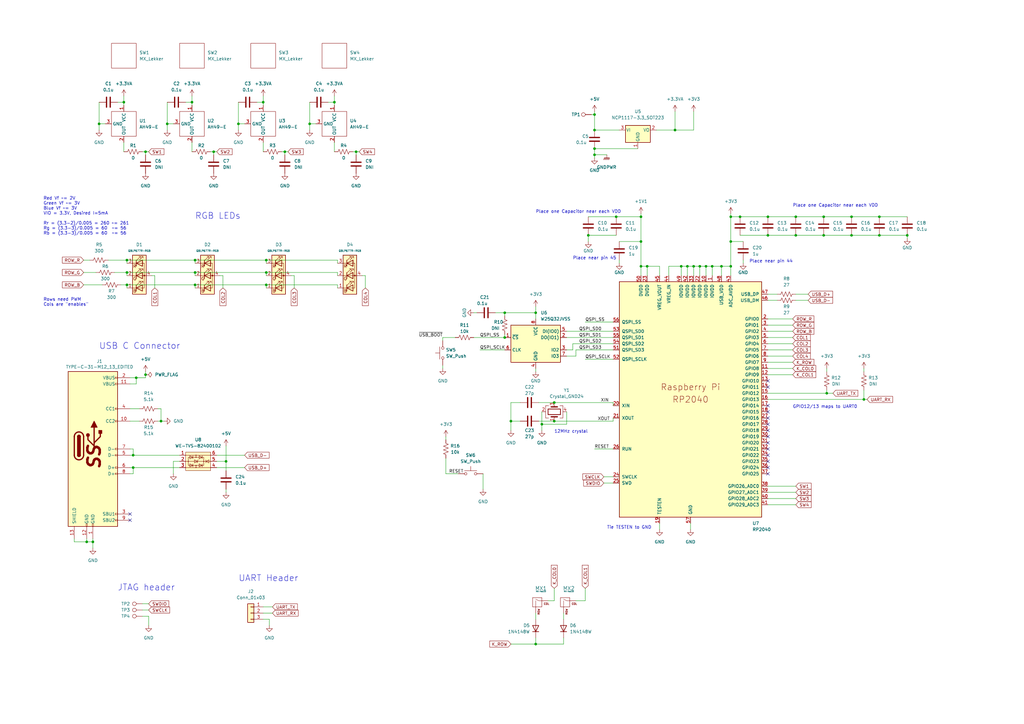
<source format=kicad_sch>
(kicad_sch (version 20211123) (generator eeschema)
  (paper "A3")
  (junction (at 227.33 172.72))
  (junction (at 80.01 106.68))
  (junction (at 284.48 109.22))
  (junction (at 40.64 50.8))
  (junction (at 52.07 106.68))
  (junction (at 299.72 88.9))
  (junction (at 78.74 41.91))
  (junction (at 87.63 62.23))
  (junction (at 279.4 109.22))
  (junction (at 262.89 109.22))
  (junction (at 265.43 109.22))
  (junction (at 281.94 109.22))
  (junction (at 287.02 109.22))
  (junction (at 38.1 222.25))
  (junction (at 289.56 109.22))
  (junction (at 50.8 41.91))
  (junction (at 243.84 46.99))
  (junction (at 35.56 222.25))
  (junction (at 109.22 111.76))
  (junction (at 52.07 116.84))
  (junction (at 299.72 109.22))
  (junction (at 227.33 165.1))
  (junction (at 372.11 96.52))
  (junction (at 354.33 163.83))
  (junction (at 326.39 96.52))
  (junction (at 337.82 96.52))
  (junction (at 243.84 53.34))
  (junction (at 262.89 99.06))
  (junction (at 52.07 111.76))
  (junction (at 314.96 88.9))
  (junction (at 59.69 62.23))
  (junction (at 339.09 161.29))
  (junction (at 292.1 109.22))
  (junction (at 360.68 88.9))
  (junction (at 68.58 50.8))
  (junction (at 295.91 109.22))
  (junction (at 349.25 88.9))
  (junction (at 337.82 88.9))
  (junction (at 219.71 264.16))
  (junction (at 80.01 111.76))
  (junction (at 299.72 99.06))
  (junction (at 66.04 172.72))
  (junction (at 55.88 154.94))
  (junction (at 241.3 96.52))
  (junction (at 349.25 96.52))
  (junction (at 360.68 96.52))
  (junction (at 262.89 88.9))
  (junction (at 97.79 50.8))
  (junction (at 137.16 41.91))
  (junction (at 207.01 138.43))
  (junction (at 127 50.8))
  (junction (at 303.53 88.9))
  (junction (at 243.84 60.96))
  (junction (at 146.05 62.23))
  (junction (at 54.61 191.77))
  (junction (at 116.84 62.23))
  (junction (at 276.86 53.34))
  (junction (at 243.84 63.5))
  (junction (at 207.01 128.27))
  (junction (at 222.25 173.99))
  (junction (at 252.73 88.9))
  (junction (at 107.95 41.91))
  (junction (at 109.22 106.68))
  (junction (at 209.55 172.72))
  (junction (at 92.71 189.23))
  (junction (at 109.22 116.84))
  (junction (at 54.61 186.69))
  (junction (at 326.39 88.9))
  (junction (at 59.69 153.67))
  (junction (at 80.01 116.84))
  (junction (at 219.71 128.27))
  (junction (at 314.96 96.52))
  (no_connect (at 314.96 176.53))
  (no_connect (at 314.96 179.07))
  (no_connect (at 314.96 181.61))
  (no_connect (at 314.96 166.37))
  (no_connect (at 314.96 168.91))
  (no_connect (at 314.96 171.45))
  (no_connect (at 314.96 173.99))
  (no_connect (at 314.96 156.21))
  (no_connect (at 314.96 158.75))
  (no_connect (at 53.34 213.36))
  (no_connect (at 53.34 210.82))
  (no_connect (at 314.96 184.15))
  (no_connect (at 314.96 186.69))
  (no_connect (at 314.96 189.23))
  (no_connect (at 314.96 191.77))
  (no_connect (at 314.96 194.31))
  (wire (pts (xy 107.95 251.46) (xy 111.76 251.46)))
  (wire (pts (xy 241.3 88.9) (xy 252.73 88.9)))
  (wire (pts (xy 243.84 63.5) (xy 243.84 64.77)))
  (wire (pts (xy 52.07 111.76) (xy 52.07 113.03)))
  (wire (pts (xy 209.55 172.72) (xy 209.55 165.1)))
  (wire (pts (xy 240.03 246.38) (xy 240.03 241.3)))
  (wire (pts (xy 242.57 46.99) (xy 243.84 46.99)))
  (wire (pts (xy 207.01 128.27) (xy 207.01 129.54)))
  (wire (pts (xy 54.61 186.69) (xy 53.34 186.69)))
  (wire (pts (xy 295.91 109.22) (xy 295.91 113.03)))
  (wire (pts (xy 52.07 106.68) (xy 52.07 107.95)))
  (wire (pts (xy 60.96 252.73) (xy 60.96 256.54)))
  (wire (pts (xy 97.79 50.8) (xy 97.79 53.34)))
  (wire (pts (xy 295.91 109.22) (xy 299.72 109.22)))
  (wire (pts (xy 314.96 96.52) (xy 326.39 96.52)))
  (wire (pts (xy 314.96 130.81) (xy 325.12 130.81)))
  (wire (pts (xy 232.41 138.43) (xy 251.46 138.43)))
  (wire (pts (xy 137.16 58.42) (xy 137.16 62.23)))
  (wire (pts (xy 219.71 125.73) (xy 219.71 128.27)))
  (wire (pts (xy 247.65 198.12) (xy 251.46 198.12)))
  (wire (pts (xy 64.77 167.64) (xy 66.04 167.64)))
  (wire (pts (xy 53.34 154.94) (xy 55.88 154.94)))
  (wire (pts (xy 107.95 254) (xy 110.49 254)))
  (wire (pts (xy 55.88 157.48) (xy 55.88 154.94)))
  (wire (pts (xy 231.14 264.16) (xy 231.14 261.62)))
  (wire (pts (xy 80.01 111.76) (xy 109.22 111.76)))
  (wire (pts (xy 53.34 167.64) (xy 57.15 167.64)))
  (wire (pts (xy 53.34 191.77) (xy 54.61 191.77)))
  (wire (pts (xy 35.56 222.25) (xy 38.1 222.25)))
  (wire (pts (xy 269.24 53.34) (xy 276.86 53.34)))
  (wire (pts (xy 314.96 140.97) (xy 325.12 140.97)))
  (wire (pts (xy 314.96 199.39) (xy 326.39 199.39)))
  (wire (pts (xy 66.04 167.64) (xy 66.04 172.72)))
  (wire (pts (xy 354.33 151.13) (xy 354.33 152.4)))
  (wire (pts (xy 299.72 99.06) (xy 304.8 99.06)))
  (wire (pts (xy 314.96 133.35) (xy 325.12 133.35)))
  (wire (pts (xy 314.96 123.19) (xy 318.77 123.19)))
  (wire (pts (xy 222.25 168.91) (xy 222.25 173.99)))
  (wire (pts (xy 299.72 87.63) (xy 299.72 88.9)))
  (wire (pts (xy 299.72 88.9) (xy 303.53 88.9)))
  (wire (pts (xy 54.61 184.15) (xy 54.61 186.69)))
  (wire (pts (xy 92.71 200.66) (xy 92.71 201.93)))
  (wire (pts (xy 314.96 146.05) (xy 325.12 146.05)))
  (wire (pts (xy 219.71 261.62) (xy 219.71 264.16)))
  (wire (pts (xy 219.71 151.13) (xy 219.71 152.4)))
  (wire (pts (xy 240.03 132.08) (xy 251.46 132.08)))
  (wire (pts (xy 299.72 88.9) (xy 299.72 99.06)))
  (wire (pts (xy 181.61 138.43) (xy 181.61 139.7)))
  (wire (pts (xy 147.32 62.23) (xy 146.05 62.23)))
  (wire (pts (xy 220.98 172.72) (xy 227.33 172.72)))
  (wire (pts (xy 127 50.8) (xy 127 53.34)))
  (wire (pts (xy 254 99.06) (xy 262.89 99.06)))
  (wire (pts (xy 44.45 106.68) (xy 52.07 106.68)))
  (wire (pts (xy 207.01 128.27) (xy 219.71 128.27)))
  (wire (pts (xy 279.4 109.22) (xy 279.4 113.03)))
  (wire (pts (xy 78.74 41.91) (xy 78.74 43.18)))
  (wire (pts (xy 40.64 41.91) (xy 40.64 50.8)))
  (wire (pts (xy 220.98 165.1) (xy 227.33 165.1)))
  (wire (pts (xy 196.85 143.51) (xy 207.01 143.51)))
  (wire (pts (xy 118.11 62.23) (xy 116.84 62.23)))
  (wire (pts (xy 30.48 222.25) (xy 35.56 222.25)))
  (wire (pts (xy 49.53 116.84) (xy 52.07 116.84)))
  (wire (pts (xy 109.22 106.68) (xy 80.01 106.68)))
  (wire (pts (xy 58.42 250.19) (xy 60.96 250.19)))
  (wire (pts (xy 182.88 194.31) (xy 187.96 194.31)))
  (wire (pts (xy 276.86 53.34) (xy 276.86 45.72)))
  (wire (pts (xy 194.31 128.27) (xy 195.58 128.27)))
  (wire (pts (xy 109.22 116.84) (xy 109.22 118.11)))
  (wire (pts (xy 138.43 111.76) (xy 138.43 113.03)))
  (wire (pts (xy 304.8 107.95) (xy 304.8 106.68)))
  (wire (pts (xy 236.22 246.38) (xy 240.03 246.38)))
  (wire (pts (xy 227.33 165.1) (xy 251.46 165.1)))
  (wire (pts (xy 146.05 63.5) (xy 146.05 62.23)))
  (wire (pts (xy 262.89 113.03) (xy 262.89 109.22)))
  (wire (pts (xy 236.22 146.05) (xy 236.22 143.51)))
  (wire (pts (xy 52.07 111.76) (xy 80.01 111.76)))
  (wire (pts (xy 97.79 41.91) (xy 97.79 50.8)))
  (wire (pts (xy 281.94 109.22) (xy 281.94 113.03)))
  (wire (pts (xy 43.18 50.8) (xy 40.64 50.8)))
  (wire (pts (xy 299.72 99.06) (xy 299.72 109.22)))
  (wire (pts (xy 107.95 41.91) (xy 107.95 43.18)))
  (wire (pts (xy 80.01 116.84) (xy 109.22 116.84)))
  (wire (pts (xy 52.07 116.84) (xy 52.07 118.11)))
  (wire (pts (xy 284.48 53.34) (xy 276.86 53.34)))
  (wire (pts (xy 314.96 163.83) (xy 354.33 163.83)))
  (wire (pts (xy 90.17 113.03) (xy 91.44 113.03)))
  (wire (pts (xy 46.99 111.76) (xy 52.07 111.76)))
  (wire (pts (xy 281.94 109.22) (xy 284.48 109.22)))
  (wire (pts (xy 50.8 39.37) (xy 50.8 41.91)))
  (wire (pts (xy 209.55 264.16) (xy 219.71 264.16)))
  (wire (pts (xy 209.55 172.72) (xy 213.36 172.72)))
  (wire (pts (xy 58.42 252.73) (xy 60.96 252.73)))
  (wire (pts (xy 299.72 109.22) (xy 299.72 113.03)))
  (wire (pts (xy 314.96 148.59) (xy 325.12 148.59)))
  (wire (pts (xy 109.22 111.76) (xy 109.22 113.03)))
  (wire (pts (xy 314.96 120.65) (xy 318.77 120.65)))
  (wire (pts (xy 88.9 189.23) (xy 92.71 189.23)))
  (wire (pts (xy 270.51 109.22) (xy 270.51 113.03)))
  (wire (pts (xy 262.89 88.9) (xy 262.89 99.06)))
  (wire (pts (xy 59.69 154.94) (xy 59.69 153.67)))
  (wire (pts (xy 107.95 39.37) (xy 107.95 41.91)))
  (wire (pts (xy 274.32 109.22) (xy 279.4 109.22)))
  (wire (pts (xy 34.29 106.68) (xy 36.83 106.68)))
  (wire (pts (xy 78.74 58.42) (xy 78.74 62.23)))
  (wire (pts (xy 186.69 138.43) (xy 181.61 138.43)))
  (wire (pts (xy 243.84 184.15) (xy 251.46 184.15)))
  (wire (pts (xy 326.39 88.9) (xy 337.82 88.9)))
  (wire (pts (xy 283.21 214.63) (xy 283.21 217.17)))
  (wire (pts (xy 326.39 123.19) (xy 331.47 123.19)))
  (wire (pts (xy 243.84 60.96) (xy 261.62 60.96)))
  (wire (pts (xy 137.16 41.91) (xy 137.16 43.18)))
  (wire (pts (xy 279.4 109.22) (xy 281.94 109.22)))
  (wire (pts (xy 149.86 113.03) (xy 149.86 118.11)))
  (wire (pts (xy 68.58 41.91) (xy 68.58 50.8)))
  (wire (pts (xy 80.01 111.76) (xy 80.01 113.03)))
  (wire (pts (xy 314.96 161.29) (xy 339.09 161.29)))
  (wire (pts (xy 314.96 143.51) (xy 325.12 143.51)))
  (wire (pts (xy 120.65 113.03) (xy 120.65 118.11)))
  (wire (pts (xy 284.48 109.22) (xy 284.48 113.03)))
  (wire (pts (xy 349.25 96.52) (xy 360.68 96.52)))
  (wire (pts (xy 53.34 157.48) (xy 55.88 157.48)))
  (wire (pts (xy 59.69 62.23) (xy 58.42 62.23)))
  (wire (pts (xy 339.09 161.29) (xy 341.63 161.29)))
  (wire (pts (xy 234.95 143.51) (xy 234.95 140.97)))
  (wire (pts (xy 241.3 96.52) (xy 252.73 96.52)))
  (wire (pts (xy 91.44 113.03) (xy 91.44 118.11)))
  (wire (pts (xy 62.23 113.03) (xy 63.5 113.03)))
  (wire (pts (xy 337.82 96.52) (xy 349.25 96.52)))
  (wire (pts (xy 289.56 109.22) (xy 289.56 113.03)))
  (wire (pts (xy 119.38 113.03) (xy 120.65 113.03)))
  (wire (pts (xy 30.48 220.98) (xy 30.48 222.25)))
  (wire (pts (xy 198.12 194.31) (xy 198.12 200.66)))
  (wire (pts (xy 243.84 53.34) (xy 254 53.34)))
  (wire (pts (xy 314.96 153.67) (xy 325.12 153.67)))
  (wire (pts (xy 181.61 149.86) (xy 181.61 151.13)))
  (wire (pts (xy 207.01 137.16) (xy 207.01 138.43)))
  (wire (pts (xy 289.56 109.22) (xy 292.1 109.22)))
  (wire (pts (xy 55.88 154.94) (xy 59.69 154.94)))
  (wire (pts (xy 53.34 172.72) (xy 57.15 172.72)))
  (wire (pts (xy 349.25 88.9) (xy 360.68 88.9)))
  (wire (pts (xy 127 41.91) (xy 127 50.8)))
  (wire (pts (xy 80.01 106.68) (xy 80.01 107.95)))
  (wire (pts (xy 40.64 50.8) (xy 40.64 53.34)))
  (wire (pts (xy 224.79 246.38) (xy 227.33 246.38)))
  (wire (pts (xy 107.95 248.92) (xy 111.76 248.92)))
  (wire (pts (xy 232.41 146.05) (xy 236.22 146.05)))
  (wire (pts (xy 372.11 97.79) (xy 372.11 96.52)))
  (wire (pts (xy 105.41 41.91) (xy 107.95 41.91)))
  (wire (pts (xy 354.33 160.02) (xy 354.33 163.83)))
  (wire (pts (xy 292.1 109.22) (xy 295.91 109.22)))
  (wire (pts (xy 314.96 201.93) (xy 326.39 201.93)))
  (wire (pts (xy 88.9 191.77) (xy 100.33 191.77)))
  (wire (pts (xy 265.43 109.22) (xy 270.51 109.22)))
  (wire (pts (xy 292.1 109.22) (xy 292.1 113.03)))
  (wire (pts (xy 219.71 128.27) (xy 219.71 130.81)))
  (wire (pts (xy 231.14 251.46) (xy 231.14 254)))
  (wire (pts (xy 34.29 111.76) (xy 39.37 111.76)))
  (wire (pts (xy 78.74 39.37) (xy 78.74 41.91)))
  (wire (pts (xy 109.22 111.76) (xy 138.43 111.76)))
  (wire (pts (xy 232.41 173.99) (xy 222.25 173.99)))
  (wire (pts (xy 59.69 153.67) (xy 59.69 152.4)))
  (wire (pts (xy 138.43 107.95) (xy 138.43 106.68)))
  (wire (pts (xy 109.22 107.95) (xy 109.22 106.68)))
  (wire (pts (xy 326.39 120.65) (xy 331.47 120.65)))
  (wire (pts (xy 100.33 50.8) (xy 97.79 50.8)))
  (wire (pts (xy 76.2 41.91) (xy 78.74 41.91)))
  (wire (pts (xy 110.49 254) (xy 110.49 256.54)))
  (wire (pts (xy 251.46 165.1) (xy 251.46 166.37)))
  (wire (pts (xy 303.53 88.9) (xy 314.96 88.9)))
  (wire (pts (xy 146.05 62.23) (xy 144.78 62.23)))
  (wire (pts (xy 52.07 116.84) (xy 80.01 116.84)))
  (wire (pts (xy 262.89 87.63) (xy 262.89 88.9)))
  (wire (pts (xy 314.96 88.9) (xy 326.39 88.9)))
  (wire (pts (xy 71.12 189.23) (xy 71.12 194.31)))
  (wire (pts (xy 354.33 163.83) (xy 355.6 163.83)))
  (wire (pts (xy 129.54 50.8) (xy 127 50.8)))
  (wire (pts (xy 254 107.95) (xy 254 106.68)))
  (wire (pts (xy 182.88 179.07) (xy 182.88 180.34)))
  (wire (pts (xy 227.33 172.72) (xy 251.46 172.72)))
  (wire (pts (xy 314.96 135.89) (xy 325.12 135.89)))
  (wire (pts (xy 116.84 63.5) (xy 116.84 62.23)))
  (wire (pts (xy 38.1 222.25) (xy 38.1 224.79)))
  (wire (pts (xy 63.5 113.03) (xy 63.5 118.11)))
  (wire (pts (xy 243.84 45.72) (xy 243.84 46.99)))
  (wire (pts (xy 71.12 50.8) (xy 68.58 50.8)))
  (wire (pts (xy 243.84 46.99) (xy 243.84 53.34)))
  (wire (pts (xy 314.96 138.43) (xy 325.12 138.43)))
  (wire (pts (xy 53.34 194.31) (xy 54.61 194.31)))
  (wire (pts (xy 52.07 106.68) (xy 80.01 106.68)))
  (wire (pts (xy 87.63 62.23) (xy 86.36 62.23)))
  (wire (pts (xy 58.42 247.65) (xy 60.96 247.65)))
  (wire (pts (xy 314.96 207.01) (xy 326.39 207.01)))
  (wire (pts (xy 80.01 116.84) (xy 80.01 118.11)))
  (wire (pts (xy 66.04 172.72) (xy 67.31 172.72)))
  (wire (pts (xy 48.26 41.91) (xy 50.8 41.91)))
  (wire (pts (xy 219.71 264.16) (xy 231.14 264.16)))
  (wire (pts (xy 109.22 106.68) (xy 138.43 106.68)))
  (wire (pts (xy 194.31 138.43) (xy 207.01 138.43)))
  (wire (pts (xy 360.68 96.52) (xy 372.11 96.52)))
  (wire (pts (xy 243.84 60.96) (xy 243.84 63.5)))
  (wire (pts (xy 209.55 165.1) (xy 213.36 165.1)))
  (wire (pts (xy 50.8 41.91) (xy 50.8 43.18)))
  (wire (pts (xy 339.09 160.02) (xy 339.09 161.29)))
  (wire (pts (xy 326.39 96.52) (xy 337.82 96.52)))
  (wire (pts (xy 59.69 63.5) (xy 59.69 62.23)))
  (wire (pts (xy 222.25 173.99) (xy 222.25 176.53)))
  (wire (pts (xy 251.46 172.72) (xy 251.46 171.45)))
  (wire (pts (xy 243.84 63.5) (xy 248.92 63.5)))
  (wire (pts (xy 92.71 182.88) (xy 92.71 189.23)))
  (wire (pts (xy 274.32 113.03) (xy 274.32 109.22)))
  (wire (pts (xy 92.71 189.23) (xy 92.71 193.04)))
  (wire (pts (xy 54.61 191.77) (xy 73.66 191.77)))
  (wire (pts (xy 232.41 168.91) (xy 232.41 173.99)))
  (wire (pts (xy 219.71 251.46) (xy 219.71 254)))
  (wire (pts (xy 60.96 62.23) (xy 59.69 62.23)))
  (wire (pts (xy 34.29 116.84) (xy 41.91 116.84)))
  (wire (pts (xy 116.84 62.23) (xy 115.57 62.23)))
  (wire (pts (xy 137.16 39.37) (xy 137.16 41.91)))
  (wire (pts (xy 234.95 140.97) (xy 251.46 140.97)))
  (wire (pts (xy 265.43 113.03) (xy 265.43 109.22)))
  (wire (pts (xy 314.96 204.47) (xy 326.39 204.47)))
  (wire (pts (xy 148.59 113.03) (xy 149.86 113.03)))
  (wire (pts (xy 203.2 128.27) (xy 207.01 128.27)))
  (wire (pts (xy 88.9 62.23) (xy 87.63 62.23)))
  (wire (pts (xy 287.02 109.22) (xy 289.56 109.22)))
  (wire (pts (xy 138.43 116.84) (xy 138.43 118.11)))
  (wire (pts (xy 337.82 88.9) (xy 349.25 88.9)))
  (wire (pts (xy 134.62 41.91) (xy 137.16 41.91)))
  (wire (pts (xy 241.3 96.52) (xy 241.3 99.06)))
  (wire (pts (xy 107.95 58.42) (xy 107.95 62.23)))
  (wire (pts (xy 360.68 88.9) (xy 372.11 88.9)))
  (wire (pts (xy 227.33 246.38) (xy 227.33 241.3)))
  (wire (pts (xy 209.55 176.53) (xy 209.55 172.72)))
  (wire (pts (xy 232.41 143.51) (xy 234.95 143.51)))
  (wire (pts (xy 287.02 109.22) (xy 287.02 113.03)))
  (wire (pts (xy 339.09 151.13) (xy 339.09 152.4)))
  (wire (pts (xy 88.9 186.69) (xy 100.33 186.69)))
  (wire (pts (xy 284.48 109.22) (xy 287.02 109.22)))
  (wire (pts (xy 240.03 147.32) (xy 251.46 147.32)))
  (wire (pts (xy 109.22 116.84) (xy 138.43 116.84)))
  (wire (pts (xy 64.77 172.72) (xy 66.04 172.72)))
  (wire (pts (xy 232.41 135.89) (xy 251.46 135.89)))
  (wire (pts (xy 53.34 184.15) (xy 54.61 184.15)))
  (wire (pts (xy 73.66 189.23) (xy 71.12 189.23)))
  (wire (pts (xy 54.61 186.69) (xy 73.66 186.69)))
  (wire (pts (xy 284.48 45.72) (xy 284.48 53.34)))
  (wire (pts (xy 50.8 58.42) (xy 50.8 62.23)))
  (wire (pts (xy 252.73 88.9) (xy 262.89 88.9)))
  (wire (pts (xy 87.63 63.5) (xy 87.63 62.23)))
  (wire (pts (xy 262.89 99.06) (xy 262.89 109.22)))
  (wire (pts (xy 270.51 214.63) (xy 270.51 217.17)))
  (wire (pts (xy 236.22 143.51) (xy 251.46 143.51)))
  (wire (pts (xy 314.96 151.13) (xy 325.12 151.13)))
  (wire (pts (xy 262.89 109.22) (xy 265.43 109.22)))
  (wire (pts (xy 303.53 96.52) (xy 314.96 96.52)))
  (wire (pts (xy 247.65 195.58) (xy 251.46 195.58)))
  (wire (pts (xy 68.58 50.8) (xy 68.58 53.34)))
  (wire (pts (xy 182.88 187.96) (xy 182.88 194.31)))
  (wire (pts (xy 38.1 220.98) (xy 38.1 222.25)))
  (wire (pts (xy 35.56 220.98) (xy 35.56 222.25)))
  (wire (pts (xy 54.61 194.31) (xy 54.61 191.77)))
  (text "Place near pin 44" (at 307.34 107.95 0) (effects (font (size 1.27 1.27)) (justify left bottom)))
  (text "Rows need PWM\nCols are \"enables\"" (at 17.78 125.73 0) (effects (font (size 1.27 1.27)) (justify left bottom)))
  (text "USB C Connector" (at 40.64 143.51 0) (effects (font (size 2.54 2.54)) (justify left bottom)))
  (text "JTAG header" (at 48.26 242.57 0) (effects (font (size 2.54 2.54)) (justify left bottom)))
  (text "Place one Capacitor near each VDD" (at 219.71 87.63 0) (effects (font (size 1.27 1.27)) (justify left bottom)))
  (text "RGB LEDs" (at 80.01 90.17 0) (effects (font (size 2.54 2.54)) (justify left bottom)))
  (text "UART Header" (at 97.79 238.76 0) (effects (font (size 2.54 2.54)) (justify left bottom)))
  (text "Red Vf ~= 2V\nGreen Vf ~= 3V\nBlue Vf ~= 3V\nVIO = 3.3V, Desired I=5mA\n\nRr = (3.3-2)/0.005 = 260 ~= 261\nRg = (3.3-3)/0.005 = 60  ~= 56\nRb = (3.3-3)/0.005 = 60  ~= 56" (at 17.78 96.52 0) (effects (font (size 1.27 1.27)) (justify left bottom)))
  (text "12MHz crystal" (at 227.33 177.8 0) (effects (font (size 1.27 1.27)) (justify left bottom)))
  (text "Place one Capacitor near each VDD" (at 325.12 85.09 0) (effects (font (size 1.27 1.27)) (justify left bottom)))
  (text "Place near pin 45" (at 234.95 106.68 0) (effects (font (size 1.27 1.27)) (justify left bottom)))
  (text "Tie TESTEN to GND" (at 248.92 217.17 0) (effects (font (size 1.27 1.27)) (justify left bottom)))
  (text "GPIO12/13 maps to UART0" (at 325.12 167.64 0) (effects (font (size 1.27 1.27)) (justify left bottom)))
  (label "~{USB_BOOT}" (at 181.61 138.43 180))
  (label "QSPI_SS" (at 196.85 138.43 0))
  (label "QSPI_SS" (at 240.03 132.08 0))
  (label "RESET" (at 243.84 184.15 0))
  (label "QSPI_SCLK" (at 196.85 143.51 0))
  (label "RESET" (at 184.15 194.31 0))
  (label "QSPI_SD0" (at 237.49 135.89 0))
  (label "QSPI_SCLK" (at 240.03 147.32 0))
  (label "QSPI_SD2" (at 237.49 140.97 0))
  (label "QSPI_SD1" (at 237.49 138.43 0))
  (label "XOUT" (at 245.11 172.72 0))
  (label "QSPI_SD3" (at 237.49 143.51 0))
  (label "XIN" (at 246.38 165.1 0))
  (global_label "UART_RX" (shape input) (at 111.76 251.46 0) (property "Intersheet References" "${INTERSHEET_REFS}" (effects hide)))
  (global_label "K_COL1" (shape input) (at 240.03 241.3 90) (property "Intersheet References" "${INTERSHEET_REFS}" (effects hide)))
  (global_label "USB_D-" (shape input) (at 100.33 186.69 0) (property "Intersheet References" "${INTERSHEET_REFS}" (effects hide)))
  (global_label "SW2" (shape input) (at 326.39 201.93 0) (property "Intersheet References" "${INTERSHEET_REFS}" (effects hide)))
  (global_label "K_ROW" (shape input) (at 325.12 148.59 0) (property "Intersheet References" "${INTERSHEET_REFS}" (effects hide)))
  (global_label "SW1" (shape input) (at 60.96 62.23 0) (property "Intersheet References" "${INTERSHEET_REFS}" (effects hide)))
  (global_label "USB_D-" (shape input) (at 331.47 123.19 0) (property "Intersheet References" "${INTERSHEET_REFS}" (effects hide)))
  (global_label "SW4" (shape input) (at 147.32 62.23 0) (property "Intersheet References" "${INTERSHEET_REFS}" (effects hide)))
  (global_label "SW3" (shape input) (at 326.39 204.47 0) (property "Intersheet References" "${INTERSHEET_REFS}" (effects hide)))
  (global_label "ROW_G" (shape input) (at 34.29 111.76 180) (property "Intersheet References" "${INTERSHEET_REFS}" (effects hide)))
  (global_label "SWDIO" (shape input) (at 247.65 198.12 180) (property "Intersheet References" "${INTERSHEET_REFS}" (effects hide)))
  (global_label "SW1" (shape input) (at 326.39 199.39 0) (property "Intersheet References" "${INTERSHEET_REFS}" (effects hide)))
  (global_label "SWCLK" (shape input) (at 60.96 250.19 0) (property "Intersheet References" "${INTERSHEET_REFS}" (effects hide)))
  (global_label "COL2" (shape input) (at 91.44 118.11 270) (property "Intersheet References" "${INTERSHEET_REFS}" (effects hide)))
  (global_label "COL1" (shape input) (at 63.5 118.11 270) (property "Intersheet References" "${INTERSHEET_REFS}" (effects hide)))
  (global_label "SWCLK" (shape input) (at 247.65 195.58 180) (property "Intersheet References" "${INTERSHEET_REFS}" (effects hide)))
  (global_label "K_COL0" (shape input) (at 227.33 241.3 90) (property "Intersheet References" "${INTERSHEET_REFS}" (effects hide)))
  (global_label "COL2" (shape input) (at 325.12 140.97 0) (property "Intersheet References" "${INTERSHEET_REFS}" (effects hide)))
  (global_label "ROW_R" (shape input) (at 34.29 106.68 180) (property "Intersheet References" "${INTERSHEET_REFS}" (effects hide)))
  (global_label "ROW_R" (shape input) (at 325.12 130.81 0) (property "Intersheet References" "${INTERSHEET_REFS}" (effects hide)))
  (global_label "COL3" (shape input) (at 325.12 143.51 0) (property "Intersheet References" "${INTERSHEET_REFS}" (effects hide)))
  (global_label "USB_D+" (shape input) (at 100.33 191.77 0) (property "Intersheet References" "${INTERSHEET_REFS}" (effects hide)))
  (global_label "USB_D+" (shape input) (at 331.47 120.65 0) (property "Intersheet References" "${INTERSHEET_REFS}" (effects hide)))
  (global_label "UART_RX" (shape input) (at 355.6 163.83 0) (property "Intersheet References" "${INTERSHEET_REFS}" (effects hide)))
  (global_label "COL4" (shape input) (at 325.12 146.05 0) (property "Intersheet References" "${INTERSHEET_REFS}" (effects hide)))
  (global_label "K_ROW" (shape input) (at 209.55 264.16 180) (property "Intersheet References" "${INTERSHEET_REFS}" (effects hide)))
  (global_label "ROW_B" (shape input) (at 34.29 116.84 180) (property "Intersheet References" "${INTERSHEET_REFS}" (effects hide)))
  (global_label "ROW_G" (shape input) (at 325.12 133.35 0) (property "Intersheet References" "${INTERSHEET_REFS}" (effects hide)))
  (global_label "SW2" (shape input) (at 88.9 62.23 0) (property "Intersheet References" "${INTERSHEET_REFS}" (effects hide)))
  (global_label "SWDIO" (shape input) (at 60.96 247.65 0) (property "Intersheet References" "${INTERSHEET_REFS}" (effects hide)))
  (global_label "COL1" (shape input) (at 325.12 138.43 0) (property "Intersheet References" "${INTERSHEET_REFS}" (effects hide)))
  (global_label "K_COL1" (shape input) (at 325.12 153.67 0) (property "Intersheet References" "${INTERSHEET_REFS}" (effects hide)))
  (global_label "SW3" (shape input) (at 118.11 62.23 0) (property "Intersheet References" "${INTERSHEET_REFS}" (effects hide)))
  (global_label "SW4" (shape input) (at 326.39 207.01 0) (property "Intersheet References" "${INTERSHEET_REFS}" (effects hide)))
  (global_label "UART_TX" (shape input) (at 111.76 248.92 0) (property "Intersheet References" "${INTERSHEET_REFS}" (effects hide)))
  (global_label "COL3" (shape input) (at 120.65 118.11 270) (property "Intersheet References" "${INTERSHEET_REFS}" (effects hide)))
  (global_label "UART_TX" (shape input) (at 341.63 161.29 0) (property "Intersheet References" "${INTERSHEET_REFS}" (effects hide)))
  (global_label "ROW_B" (shape input) (at 325.12 135.89 0) (property "Intersheet References" "${INTERSHEET_REFS}" (effects hide)))
  (global_label "COL4" (shape input) (at 149.86 118.11 270) (property "Intersheet References" "${INTERSHEET_REFS}" (effects hide)))
  (global_label "K_COL0" (shape input) (at 325.12 151.13 0) (property "Intersheet References" "${INTERSHEET_REFS}" (effects hide)))
  (symbol (lib_id "power:GND") (at 59.69 71.12 0) (unit 1)
    (property "Reference" "#PWR014" (effects hide))
    (property "Value" "GND" (at 59.69 76.2 0))
  )
  (symbol (lib_id "Device:C") (at 101.6 41.91 270) (unit 1)
    (property "Reference" "C3" (at 101.6 34.29 90))
    (property "Value" "0.1u" (at 101.6 36.83 90))
    (property "Footprint" "Capacitor_SMD:C_0603_1608Metric_Pad1.08x0.95mm_HandSolder" (effects hide))
  )
  (symbol (lib_id "Device:C") (at 72.39 41.91 270) (unit 1)
    (property "Reference" "C2" (at 72.39 34.29 90))
    (property "Value" "0.1u" (at 72.39 36.83 90))
    (property "Footprint" "Capacitor_SMD:C_0603_1608Metric_Pad1.08x0.95mm_HandSolder" (effects hide))
  )
  (symbol (lib_id "Device:R_US") (at 354.33 156.21 0) (unit 1)
    (property "Reference" "R13" (at 358.14 154.94 0))
    (property "Value" "DNI" (at 358.14 157.48 0))
    (property "Footprint" "Resistor_SMD:R_0603_1608Metric_Pad0.98x0.95mm_HandSolder" (effects hide))
  )
  (symbol (lib_id "power:GND") (at 209.55 176.53 0) (unit 1)
    (property "Reference" "#PWR033" (effects hide))
    (property "Value" "GND" (at 209.55 181.61 0))
  )
  (symbol (lib_id "Device:C") (at 372.11 92.71 0) (unit 1)
    (property "Reference" "C18" (at 375.92 91.4399 0) (effects (justify left)))
    (property "Value" "0.1u" (at 375.92 93.9799 0) (effects (justify left)))
    (property "Footprint" "Capacitor_SMD:C_0603_1608Metric_Pad1.08x0.95mm_HandSolder" (effects hide))
  )
  (symbol (lib_id "mini_random_library:TYPE-C-31-M12_13_EDITED") (at 38.1 184.15 0) (unit 1)
    (property "Reference" "J1" (at 40.8178 148.1582 0))
    (property "Value" "TYPE-C-31-M12_13_EDITED" (at 40.8178 150.4696 0))
    (property "Footprint" "Type-C:HRO-TYPE-C-31-M-12-HandSoldering" (effects hide))
  )
  (symbol (lib_id "power:GND") (at 270.51 217.17 0) (unit 1)
    (property "Reference" "#PWR038" (effects hide))
    (property "Value" "GND" (at 270.51 222.25 0))
  )
  (symbol (lib_id "power:+3.3VA") (at 50.8 39.37 0) (unit 1)
    (property "Reference" "#PWR01" (effects hide))
    (property "Value" "+3.3VA" (at 50.8 34.29 0))
  )
  (symbol (lib_id "power:GND") (at 304.8 107.95 0) (unit 1)
    (property "Reference" "#PWR023" (effects hide))
    (property "Value" "GND" (at 304.8 111.76 0))
  )
  (symbol (lib_id "power:GND") (at 181.61 151.13 0) (unit 1)
    (property "Reference" "#PWR026" (effects hide))
    (property "Value" "GND" (at 181.61 156.21 0))
  )
  (symbol (lib_id "Device:C") (at 116.84 67.31 0) (unit 1)
    (property "Reference" "C8" (at 120.65 66.0399 0) (effects (justify left)))
    (property "Value" "DNI" (at 120.65 68.5799 0) (effects (justify left)))
    (property "Footprint" "Capacitor_SMD:C_0603_1608Metric_Pad1.08x0.95mm_HandSolder" (effects hide))
  )
  (symbol (lib_id "Device:R_US") (at 54.61 62.23 90) (unit 1)
    (property "Reference" "R1" (at 54.61 59.69 90))
    (property "Value" "0" (at 54.61 64.77 90))
    (property "Footprint" "Resistor_SMD:R_0603_1608Metric_Pad0.98x0.95mm_HandSolder" (effects hide))
  )
  (symbol (lib_id "power:GND") (at 219.71 152.4 0) (unit 1)
    (property "Reference" "#PWR030" (effects hide))
    (property "Value" "GND" (at 219.71 156.21 0))
  )
  (symbol (lib_id "power:PWR_FLAG") (at 59.69 153.67 270) (unit 1)
    (property "Reference" "#FLG01" (effects hide))
    (property "Value" "PWR_FLAG" (at 63.5 153.6699 90) (effects (justify left)))
  )
  (symbol (lib_id "power:GND") (at 87.63 71.12 0) (unit 1)
    (property "Reference" "#PWR015" (effects hide))
    (property "Value" "GND" (at 87.63 76.2 0))
  )
  (symbol (lib_id "power:GND") (at 254 107.95 0) (unit 1)
    (property "Reference" "#PWR022" (effects hide))
    (property "Value" "GND" (at 254 111.76 0))
  )
  (symbol (lib_id "Device:C") (at 314.96 92.71 0) (unit 1)
    (property "Reference" "C13" (at 318.77 91.4399 0) (effects (justify left)))
    (property "Value" "0.1u" (at 318.77 93.9799 0) (effects (justify left)))
    (property "Footprint" "Capacitor_SMD:C_0603_1608Metric_Pad1.08x0.95mm_HandSolder" (effects hide))
  )
  (symbol (lib_id "power:GND") (at 222.25 176.53 0) (unit 1)
    (property "Reference" "#PWR034" (effects hide))
    (property "Value" "GND" (at 222.25 181.61 0))
  )
  (symbol (lib_id "Memory_Flash:W25Q32JVSS") (at 219.71 140.97 0) (unit 1)
    (property "Reference" "U6" (at 221.7294 128.27 0) (effects (justify left)))
    (property "Value" "W25Q32JVSS" (at 221.7294 130.81 0) (effects (justify left)))
    (property "Footprint" "Package_SO:SOIC-8_5.23x5.23mm_P1.27mm" (effects hide))
    (property "Datasheet" "http://www.winbond.com/resource-files/w25q32jv%20revg%2003272018%20plus.pdf" (effects hide))
  )
  (symbol (lib_id "power:GNDPWR") (at 248.92 63.5 0) (unit 1)
    (property "Reference" "#PWR012" (effects hide))
    (property "Value" "GNDPWR" (at 248.793 68.58 0))
  )
  (symbol (lib_id "Connector_Generic:Conn_01x03") (at 102.87 251.46 0) (mirror y) (unit 1)
    (property "Reference" "J2" (at 102.87 242.57 0))
    (property "Value" "Conn_01x03" (at 102.87 245.11 0))
    (property "Footprint" "Connector_PinHeader_2.54mm:PinHeader_1x03_P2.54mm_Vertical" (effects hide))
  )
  (symbol (lib_id "power:GND") (at 241.3 99.06 0) (unit 1)
    (property "Reference" "#PWR021" (effects hide))
    (property "Value" "GND" (at 241.3 102.87 0))
  )
  (symbol (lib_id "power:GND") (at 110.49 256.54 0) (unit 1)
    (property "Reference" "#PWR042" (effects hide))
    (property "Value" "GND" (at 110.49 261.62 0))
  )
  (symbol (lib_id "Device:C") (at 360.68 92.71 0) (unit 1)
    (property "Reference" "C17" (at 364.49 91.4399 0) (effects (justify left)))
    (property "Value" "0.1u" (at 364.49 93.9799 0) (effects (justify left)))
    (property "Footprint" "Capacitor_SMD:C_0603_1608Metric_Pad1.08x0.95mm_HandSolder" (effects hide))
  )
  (symbol (lib_id "Device:C") (at 87.63 67.31 0) (unit 1)
    (property "Reference" "C7" (at 91.44 66.0399 0) (effects (justify left)))
    (property "Value" "DNI" (at 91.44 68.5799 0) (effects (justify left)))
    (property "Footprint" "Capacitor_SMD:C_0603_1608Metric_Pad1.08x0.95mm_HandSolder" (effects hide))
  )
  (symbol (lib_id "power:+3.3VA") (at 78.74 39.37 0) (unit 1)
    (property "Reference" "#PWR02" (effects hide))
    (property "Value" "+3.3VA" (at 78.74 34.29 0))
  )
  (symbol (lib_id "Device:C") (at 44.45 41.91 270) (unit 1)
    (property "Reference" "C1" (at 44.45 34.29 90))
    (property "Value" "0.1u" (at 44.45 36.83 90))
    (property "Footprint" "Capacitor_SMD:C_0603_1608Metric_Pad1.08x0.95mm_HandSolder" (effects hide))
  )
  (symbol (lib_id "Device:C") (at 146.05 67.31 0) (unit 1)
    (property "Reference" "C9" (at 149.86 66.0399 0) (effects (justify left)))
    (property "Value" "DNI" (at 149.86 68.5799 0) (effects (justify left)))
    (property "Footprint" "Capacitor_SMD:C_0603_1608Metric_Pad1.08x0.95mm_HandSolder" (effects hide))
  )
  (symbol (lib_id "Diode:1N4148W") (at 231.14 257.81 90) (unit 1)
    (property "Reference" "D6" (at 233.68 256.5399 90) (effects (justify right)))
    (property "Value" "1N4148W" (at 233.68 259.0799 90) (effects (justify right)))
    (property "Footprint" "Diode_SMD:D_SOD-123" (effects hide))
    (property "Datasheet" "https://www.vishay.com/docs/85748/1n4148w.pdf" (effects hide))
  )
  (symbol (lib_id "Connector:TestPoint") (at 58.42 252.73 90) (unit 1)
    (property "Reference" "TP4" (at 53.34 252.73 90) (effects (justify left)))
    (property "Value" "TestPoint" (effects hide))
    (property "Footprint" "TestPoint:TestPoint_Pad_1.5x1.5mm" (effects hide))
  )
  (symbol (lib_id "Device:R_US") (at 43.18 111.76 90) (unit 1)
    (property "Reference" "R6" (at 43.18 109.22 90))
    (property "Value" "300" (at 43.18 114.3 90))
    (property "Footprint" "Resistor_SMD:R_0603_1608Metric_Pad0.98x0.95mm_HandSolder" (effects hide))
  )
  (symbol (lib_id "Device:C") (at 199.39 128.27 90) (unit 1)
    (property "Reference" "C21" (at 196.85 121.92 90) (effects (justify right)))
    (property "Value" "0.1u" (at 195.58 124.46 90) (effects (justify right)))
    (property "Footprint" "Capacitor_SMD:C_0603_1608Metric_Pad1.08x0.95mm_HandSolder" (effects hide))
  )
  (symbol (lib_id "Device:C") (at 337.82 92.71 0) (unit 1)
    (property "Reference" "C15" (at 341.63 91.4399 0) (effects (justify left)))
    (property "Value" "0.1u" (at 341.63 93.9799 0) (effects (justify left)))
    (property "Footprint" "Capacitor_SMD:C_0603_1608Metric_Pad1.08x0.95mm_HandSolder" (effects hide))
  )
  (symbol (lib_id "Device:C") (at 130.81 41.91 270) (unit 1)
    (property "Reference" "C4" (at 130.81 34.29 90))
    (property "Value" "0.1u" (at 130.81 36.83 90))
    (property "Footprint" "Capacitor_SMD:C_0603_1608Metric_Pad1.08x0.95mm_HandSolder" (effects hide))
  )
  (symbol (lib_id "custom_library:MX_Lekker") (at 107.95 22.86 0) (unit 1)
    (property "Reference" "SW3" (at 114.3 21.5899 0) (effects (justify left)))
    (property "Value" "MX_Lekker" (at 114.3 24.1299 0) (effects (justify left)))
    (property "Footprint" "MX_Alps_Hybrid:MX_Lekker" (effects hide))
  )
  (symbol (lib_id "Device:C") (at 92.71 196.85 0) (unit 1)
    (property "Reference" "C24" (at 96.52 195.5799 0) (effects (justify left)))
    (property "Value" "0.1u" (at 96.52 198.1199 0) (effects (justify left)))
    (property "Footprint" "Capacitor_SMD:C_0603_1608Metric_Pad1.08x0.95mm_HandSolder" (effects hide))
  )
  (symbol (lib_id "Device:C") (at 241.3 92.71 0) (unit 1)
    (property "Reference" "C10" (at 245.11 91.4399 0) (effects (justify left)))
    (property "Value" "0.1u" (at 245.11 93.9799 0) (effects (justify left)))
    (property "Footprint" "Capacitor_SMD:C_0603_1608Metric_Pad1.08x0.95mm_HandSolder" (effects hide))
  )
  (symbol (lib_id "power:GND") (at 60.96 256.54 0) (unit 1)
    (property "Reference" "#PWR041" (effects hide))
    (property "Value" "GND" (at 60.96 261.62 0))
  )
  (symbol (lib_id "Device:R_US") (at 60.96 172.72 270) (unit 1)
    (property "Reference" "R15" (at 60.96 175.26 90))
    (property "Value" "5.1k" (at 60.96 177.8 90))
    (property "Footprint" "Resistor_SMD:R_0603_1608Metric_Pad0.98x0.95mm_HandSolder" (effects hide))
  )
  (symbol (lib_id "power:+5V") (at 59.69 152.4 0) (unit 1)
    (property "Reference" "#PWR029" (effects hide))
    (property "Value" "+5V" (at 59.69 147.32 0))
  )
  (symbol (lib_id "Device:R_US") (at 111.76 62.23 90) (unit 1)
    (property "Reference" "R3" (at 111.76 59.69 90))
    (property "Value" "0" (at 111.76 64.77 90))
    (property "Footprint" "Resistor_SMD:R_0603_1608Metric_Pad0.98x0.95mm_HandSolder" (effects hide))
  )
  (symbol (lib_id "power:GND") (at 146.05 71.12 0) (unit 1)
    (property "Reference" "#PWR017" (effects hide))
    (property "Value" "GND" (at 146.05 76.2 0))
  )
  (symbol (lib_id "Device:C") (at 217.17 172.72 90) (unit 1)
    (property "Reference" "C23" (at 217.17 176.53 90))
    (property "Value" "27p" (at 217.17 179.07 90))
    (property "Footprint" "Capacitor_SMD:C_0603_1608Metric_Pad1.08x0.95mm_HandSolder" (effects hide))
  )
  (symbol (lib_id "power:GND") (at 116.84 71.12 0) (unit 1)
    (property "Reference" "#PWR016" (effects hide))
    (property "Value" "GND" (at 116.84 76.2 0))
  )
  (symbol (lib_id "Switch:SW_Push") (at 181.61 144.78 90) (unit 1)
    (property "Reference" "SW5" (at 182.88 143.5099 90) (effects (justify right)))
    (property "Value" "SW_Push" (at 182.88 146.0499 90) (effects (justify right)))
    (property "Footprint" "random_parts:SKQG-1155865" (effects hide))
  )
  (symbol (lib_id "Device:R_US") (at 82.55 62.23 90) (unit 1)
    (property "Reference" "R2" (at 82.55 59.69 90))
    (property "Value" "0" (at 82.55 64.77 90))
    (property "Footprint" "Resistor_SMD:R_0603_1608Metric_Pad0.98x0.95mm_HandSolder" (effects hide))
  )
  (symbol (lib_id "Switch:SW_Push") (at 193.04 194.31 0) (unit 1)
    (property "Reference" "SW6" (at 193.04 186.69 0))
    (property "Value" "SW_Push" (at 193.04 189.23 0))
    (property "Footprint" "random_parts:SKQG-1155865" (effects hide))
  )
  (symbol (lib_id "Device:C") (at 326.39 92.71 0) (unit 1)
    (property "Reference" "C14" (at 330.2 91.4399 0) (effects (justify left)))
    (property "Value" "0.1u" (at 330.2 93.9799 0) (effects (justify left)))
    (property "Footprint" "Capacitor_SMD:C_0603_1608Metric_Pad1.08x0.95mm_HandSolder" (effects hide))
  )
  (symbol (lib_id "Device:Crystal_GND24") (at 227.33 168.91 90) (unit 1)
    (property "Reference" "Y1" (at 232.41 160.02 90))
    (property "Value" "Crystal_GND24" (at 232.41 162.56 90))
    (property "Footprint" "Crystal:Crystal_SMD_5032-4Pin_5.0x3.2mm" (effects hide))
  )
  (symbol (lib_id "Regulator_Linear:NCP1117-3.3_SOT223") (at 261.62 53.34 0) (unit 1)
    (property "Reference" "U5" (at 261.62 45.72 0))
    (property "Value" "NCP1117-3.3_SOT223" (at 261.62 48.26 0))
    (property "Footprint" "Package_TO_SOT_SMD:SOT-223-3_TabPin2" (effects hide))
    (property "Datasheet" "http://www.onsemi.com/pub_link/Collateral/NCP1117-D.PDF" (effects hide))
  )
  (symbol (lib_id "power:+3.3VA") (at 276.86 45.72 0) (unit 1)
    (property "Reference" "#PWR06" (effects hide))
    (property "Value" "+3.3VA" (at 276.86 40.64 0))
  )
  (symbol (lib_id "custom_library:AH49-E") (at 107.95 50.8 270) (unit 1)
    (property "Reference" "U3" (at 114.3 49.5299 90) (effects (justify left)))
    (property "Value" "AH49-E" (at 114.3 52.0699 90) (effects (justify left)))
    (property "Footprint" "random_parts:SOT-23_Handsoldering_no_plane" (effects hide))
  )
  (symbol (lib_id "Diode:1N4148W") (at 219.71 257.81 90) (unit 1)
    (property "Reference" "D5" (at 214.63 256.54 90) (effects (justify right)))
    (property "Value" "1N4148W" (at 208.28 259.08 90) (effects (justify right)))
    (property "Footprint" "Diode_SMD:D_SOD-123" (effects hide))
    (property "Datasheet" "https://www.vishay.com/docs/85748/1n4148w.pdf" (effects hide))
  )
  (symbol (lib_id "power:GND") (at 127 53.34 0) (unit 1)
    (property "Reference" "#PWR011" (effects hide))
    (property "Value" "GND" (at 127 58.42 0))
  )
  (symbol (lib_id "power:GND") (at 283.21 217.17 0) (unit 1)
    (property "Reference" "#PWR039" (effects hide))
    (property "Value" "GND" (at 283.21 222.25 0))
  )
  (symbol (lib_id "custom_library:AH49-E") (at 137.16 50.8 270) (unit 1)
    (property "Reference" "U4" (at 143.51 49.5299 90) (effects (justify left)))
    (property "Value" "AH49-E" (at 143.51 52.0699 90) (effects (justify left)))
    (property "Footprint" "random_parts:SOT-23_Handsoldering_no_plane" (effects hide))
  )
  (symbol (lib_id "Device:R_US") (at 60.96 167.64 90) (unit 1)
    (property "Reference" "R14" (at 60.96 161.29 90))
    (property "Value" "5.1k" (at 60.96 163.83 90))
    (property "Footprint" "Resistor_SMD:R_0603_1608Metric_Pad0.98x0.95mm_HandSolder" (effects hide))
  )
  (symbol (lib_id "custom_library:AH49-E") (at 50.8 50.8 270) (unit 1)
    (property "Reference" "U1" (at 57.15 49.5299 90) (effects (justify left)))
    (property "Value" "AH49-E" (at 57.15 52.0699 90) (effects (justify left)))
    (property "Footprint" "random_parts:SOT-23_Handsoldering_no_plane" (effects hide))
  )
  (symbol (lib_id "power:GND") (at 243.84 64.77 0) (unit 1)
    (property "Reference" "#PWR013" (effects hide))
    (property "Value" "GND" (at 243.84 69.85 0))
  )
  (symbol (lib_id "Device:R_US") (at 339.09 156.21 0) (unit 1)
    (property "Reference" "R12" (at 342.9 154.94 0))
    (property "Value" "DNI" (at 342.9 157.48 0))
    (property "Footprint" "Resistor_SMD:R_0603_1608Metric_Pad0.98x0.95mm_HandSolder" (effects hide))
  )
  (symbol (lib_id "Device:R_US") (at 322.58 120.65 90) (unit 1)
    (property "Reference" "R8" (at 322.58 114.3 90))
    (property "Value" "27" (at 322.58 116.84 90))
    (property "Footprint" "Resistor_SMD:R_0603_1608Metric_Pad0.98x0.95mm_HandSolder" (effects hide))
  )
  (symbol (lib_id "Device:R_US") (at 182.88 184.15 0) (unit 1)
    (property "Reference" "R16" (at 186.69 182.88 0))
    (property "Value" "10k" (at 186.69 185.42 0))
    (property "Footprint" "Resistor_SMD:R_0603_1608Metric_Pad0.98x0.95mm_HandSolder" (effects hide))
  )
  (symbol (lib_id "Device:C") (at 349.25 92.71 0) (unit 1)
    (property "Reference" "C16" (at 353.06 91.4399 0) (effects (justify left)))
    (property "Value" "0.1u" (at 353.06 93.9799 0) (effects (justify left)))
    (property "Footprint" "Capacitor_SMD:C_0603_1608Metric_Pad1.08x0.95mm_HandSolder" (effects hide))
  )
  (symbol (lib_id "Device:R_US") (at 207.01 133.35 180) (unit 1)
    (property "Reference" "R10" (at 204.47 132.08 0))
    (property "Value" "DNI" (at 203.2 134.62 0))
    (property "Footprint" "Resistor_SMD:R_0603_1608Metric_Pad0.98x0.95mm_HandSolder" (effects hide))
  )
  (symbol (lib_id "power:GND") (at 68.58 53.34 0) (unit 1)
    (property "Reference" "#PWR09" (effects hide))
    (property "Value" "GND" (at 68.58 58.42 0))
  )
  (symbol (lib_id "power:GND") (at 372.11 97.79 0) (unit 1)
    (property "Reference" "#PWR020" (effects hide))
    (property "Value" "GND" (at 372.11 101.6 0))
  )
  (symbol (lib_id "power:GND") (at 92.71 201.93 0) (unit 1)
    (property "Reference" "#PWR0101" (effects hide))
    (property "Value" "GND" (at 92.71 207.01 0))
  )
  (symbol (lib_id "power:+3.3VA") (at 137.16 39.37 0) (unit 1)
    (property "Reference" "#PWR04" (effects hide))
    (property "Value" "+3.3VA" (at 137.16 34.29 0))
  )
  (symbol (lib_id "Device:R_US") (at 190.5 138.43 90) (unit 1)
    (property "Reference" "R11" (at 190.5 133.35 90))
    (property "Value" "10k" (at 190.5 135.89 90))
    (property "Footprint" "Resistor_SMD:R_0603_1608Metric_Pad0.98x0.95mm_HandSolder" (effects hide))
  )
  (symbol (lib_id "power:+5V") (at 92.71 182.88 0) (unit 1)
    (property "Reference" "#PWR032" (effects hide))
    (property "Value" "+5V" (at 92.71 177.8 0))
  )
  (symbol (lib_id "power:+3.3V") (at 339.09 151.13 0) (unit 1)
    (property "Reference" "#PWR027" (effects hide))
    (property "Value" "+3.3V" (at 339.09 146.05 0))
  )
  (symbol (lib_id "Device:R_US") (at 140.97 62.23 90) (unit 1)
    (property "Reference" "R4" (at 140.97 59.69 90))
    (property "Value" "0" (at 140.97 64.77 90))
    (property "Footprint" "Resistor_SMD:R_0603_1608Metric_Pad0.98x0.95mm_HandSolder" (effects hide))
  )
  (symbol (lib_id "Connector:TestPoint") (at 58.42 247.65 90) (unit 1)
    (property "Reference" "TP2" (at 53.34 247.65 90) (effects (justify left)))
    (property "Value" "TestPoint" (effects hide))
    (property "Footprint" "TestPoint:TestPoint_Pad_1.5x1.5mm" (effects hide))
  )
  (symbol (lib_id "Device:LED_BGRA") (at 85.09 113.03 0) (unit 1)
    (property "Reference" "D2" (at 85.09 100.33 0))
    (property "Value" "QBLP677R-RGB" (at 85.09 102.87 0) (effects (font (size 0.762 0.762))))
    (property "Footprint" "custom_led_library:QBLP677R-RGB-square_cutout" (effects hide))
  )
  (symbol (lib_id "MCU_RaspberryPi_RP2040:RP2040") (at 283.21 163.83 0) (unit 1)
    (property "Reference" "U7" (at 308.61 214.63 0) (effects (justify left)))
    (property "Value" "RP2040" (at 308.61 217.17 0) (effects (justify left)))
    (property "Footprint" "RP2040_minimal:RP2040-QFN-56" (effects hide))
  )
  (symbol (lib_id "Device:R_US") (at 40.64 106.68 90) (unit 1)
    (property "Reference" "R5" (at 40.64 100.33 90))
    (property "Value" "300" (at 40.64 102.87 90))
    (property "Footprint" "Resistor_SMD:R_0603_1608Metric_Pad0.98x0.95mm_HandSolder" (effects hide))
  )
  (symbol (lib_id "Device:C") (at 304.8 102.87 0) (unit 1)
    (property "Reference" "C20" (at 308.61 101.5999 0) (effects (justify left)))
    (property "Value" "1u" (at 308.61 104.1399 0) (effects (justify left)))
    (property "Footprint" "Capacitor_SMD:C_0603_1608Metric_Pad1.08x0.95mm_HandSolder" (effects hide))
  )
  (symbol (lib_id "Connector:TestPoint") (at 242.57 46.99 90) (unit 1)
    (property "Reference" "TP1" (at 236.22 46.99 90))
    (property "Value" "TestPoint" (effects hide))
    (property "Footprint" "TestPoint:TestPoint_Pad_1.5x1.5mm" (effects hide))
  )
  (symbol (lib_id "Device:C") (at 243.84 57.15 180) (unit 1)
    (property "Reference" "C5" (at 238.76 55.88 0) (effects (justify right)))
    (property "Value" "0.1u" (at 236.22 58.42 0) (effects (justify right)))
    (property "Footprint" "Capacitor_SMD:C_0603_1608Metric_Pad1.08x0.95mm_HandSolder" (effects hide))
  )
  (symbol (lib_id "custom_library:MX_Lekker") (at 78.74 22.86 0) (unit 1)
    (property "Reference" "SW2" (at 85.09 21.5899 0) (effects (justify left)))
    (property "Value" "MX_Lekker" (at 85.09 24.1299 0) (effects (justify left)))
    (property "Footprint" "MX_Alps_Hybrid:MX_Lekker" (effects hide))
  )
  (symbol (lib_id "Connector:TestPoint") (at 58.42 250.19 90) (unit 1)
    (property "Reference" "TP3" (at 53.34 250.19 90) (effects (justify left)))
    (property "Value" "TestPoint" (effects hide))
    (property "Footprint" "TestPoint:TestPoint_Pad_1.5x1.5mm" (effects hide))
  )
  (symbol (lib_id "power:GND") (at 198.12 200.66 0) (unit 1)
    (property "Reference" "#PWR037" (effects hide))
    (property "Value" "GND" (at 198.12 205.74 0))
  )
  (symbol (lib_id "Device:LED_BGRA") (at 143.51 113.03 0) (unit 1)
    (property "Reference" "D4" (at 143.51 100.33 0))
    (property "Value" "QBLP677R-RGB" (at 143.51 102.87 0) (effects (font (size 0.762 0.762))))
    (property "Footprint" "custom_led_library:QBLP677R-RGB-square_cutout" (effects hide))
  )
  (symbol (lib_id "power:+3.3V") (at 182.88 179.07 0) (unit 1)
    (property "Reference" "#PWR035" (effects hide))
    (property "Value" "+3.3V" (at 182.88 173.99 0))
  )
  (symbol (lib_id "power:+5V") (at 243.84 45.72 0) (unit 1)
    (property "Reference" "#PWR05" (effects hide))
    (property "Value" "+5V" (at 243.84 40.64 0))
  )
  (symbol (lib_id "power:+3.3V") (at 354.33 151.13 0) (unit 1)
    (property "Reference" "#PWR028" (effects hide))
    (property "Value" "+3.3V" (at 354.33 146.05 0))
  )
  (symbol (lib_id "power:GND") (at 38.1 224.79 0) (unit 1)
    (property "Reference" "#PWR040" (effects hide))
    (property "Value" "GND" (at 38.1 229.87 0))
  )
  (symbol (lib_id "Device:LED_BGRA") (at 114.3 113.03 0) (unit 1)
    (property "Reference" "D3" (at 114.3 100.33 0))
    (property "Value" "QBLP677R-RGB" (at 114.3 102.87 0) (effects (font (size 0.762 0.762))))
    (property "Footprint" "custom_led_library:QBLP677R-RGB-square_cutout" (effects hide))
  )
  (symbol (lib_id "custom_library:MX_Lekker") (at 50.8 22.86 0) (unit 1)
    (property "Reference" "SW1" (at 57.15 21.5899 0) (effects (justify left)))
    (property "Value" "MX_Lekker" (at 57.15 24.1299 0) (effects (justify left)))
    (property "Footprint" "MX_Alps_Hybrid:MX_Lekker" (effects hide))
  )
  (symbol (lib_id "power:GND") (at 71.12 194.31 0) (unit 1)
    (property "Reference" "#PWR036" (effects hide))
    (property "Value" "GND" (at 71.12 199.39 0))
  )
  (symbol (lib_id "Device:C") (at 252.73 92.71 0) (mirror y) (unit 1)
    (property "Reference" "C11" (at 256.54 91.4399 0) (effects (justify right)))
    (property "Value" "0.1u" (at 256.54 93.9799 0) (effects (justify right)))
    (property "Footprint" "Capacitor_SMD:C_0603_1608Metric_Pad1.08x0.95mm_HandSolder" (effects hide))
  )
  (symbol (lib_id "power:GND") (at 67.31 172.72 90) (unit 1)
    (property "Reference" "#PWR031" (effects hide))
    (property "Value" "GND" (at 71.12 172.7199 90) (effects (justify right)))
  )
  (symbol (lib_id "Device:LED_BGRA") (at 57.15 113.03 0) (unit 1)
    (property "Reference" "D1" (at 57.15 100.33 0))
    (property "Value" "QBLP677R-RGB" (at 57.15 102.87 0) (effects (font (size 0.762 0.762))))
    (property "Footprint" "custom_led_library:QBLP677R-RGB-square_cutout" (effects hide))
  )
  (symbol (lib_id "power:GND") (at 40.64 53.34 0) (unit 1)
    (property "Reference" "#PWR08" (effects hide))
    (property "Value" "GND" (at 40.64 58.42 0))
  )
  (symbol (lib_id "power:+1V1") (at 262.89 87.63 0) (unit 1)
    (property "Reference" "#PWR018" (effects hide))
    (property "Value" "+1V1" (at 262.89 82.55 0))
  )
  (symbol (lib_id "custom_library:MX_Lekker") (at 137.16 22.86 0) (unit 1)
    (property "Reference" "SW4" (at 143.51 21.5899 0) (effects (justify left)))
    (property "Value" "MX_Lekker" (at 143.51 24.1299 0) (effects (justify left)))
    (property "Footprint" "MX_Alps_Hybrid:MX_Lekker" (effects hide))
  )
  (symbol (lib_id "power:GND") (at 97.79 53.34 0) (unit 1)
    (property "Reference" "#PWR010" (effects hide))
    (property "Value" "GND" (at 97.79 58.42 0))
  )
  (symbol (lib_id "power:+3.3V") (at 299.72 87.63 0) (unit 1)
    (property "Reference" "#PWR019" (effects hide))
    (property "Value" "+3.3V" (at 299.72 82.55 0))
  )
  (symbol (lib_id "power:+3.3VA") (at 107.95 39.37 0) (unit 1)
    (property "Reference" "#PWR03" (effects hide))
    (property "Value" "+3.3VA" (at 107.95 34.29 0))
  )
  (symbol (lib_id "power:GND") (at 194.31 128.27 270) (unit 1)
    (property "Reference" "#PWR025" (effects hide))
    (property "Value" "GND" (at 190.5 128.27 0))
  )
  (symbol (lib_id "Device:C") (at 303.53 92.71 0) (unit 1)
    (property "Reference" "C12" (at 307.34 91.4399 0) (effects (justify left)))
    (property "Value" "0.1u" (at 307.34 93.9799 0) (effects (justify left)))
    (property "Footprint" "Capacitor_SMD:C_0603_1608Metric_Pad1.08x0.95mm_HandSolder" (effects hide))
  )
  (symbol (lib_id "power:+3.3V") (at 219.71 125.73 0) (unit 1)
    (property "Reference" "#PWR024" (effects hide))
    (property "Value" "+3.3V" (at 219.71 120.65 0))
  )
  (symbol (lib_id "Device:R_US") (at 322.58 123.19 270) (unit 1)
    (property "Reference" "R9" (at 322.58 125.73 90))
    (property "Value" "27" (at 322.58 128.27 90))
    (property "Footprint" "Resistor_SMD:R_0603_1608Metric_Pad0.98x0.95mm_HandSolder" (effects hide))
  )
  (symbol (lib_id "MX_Alps_Hybrid:MX-NoLED") (at 232.41 247.65 0) (unit 1)
    (property "Reference" "MX2" (at 233.2956 241.3 0) (effects (font (size 1.524 1.524))))
    (property "Value" "MX-NoLED" (at 233.2956 242.57 0) (effects (font (size 0.508 0.508))))
    (property "Footprint" "MX_Hotswap:MX-Hotswap-1U" (effects hide))
  )
  (symbol (lib_id "Device:C") (at 59.69 67.31 0) (unit 1)
    (property "Reference" "C6" (at 63.5 66.0399 0) (effects (justify left)))
    (property "Value" "DNI" (at 63.5 68.5799 0) (effects (justify left)))
    (property "Footprint" "Capacitor_SMD:C_0603_1608Metric_Pad1.08x0.95mm_HandSolder" (effects hide))
  )
  (symbol (lib_id "Device:C") (at 217.17 165.1 90) (unit 1)
    (property "Reference" "C22" (at 217.17 158.75 90))
    (property "Value" "27p" (at 217.17 161.29 90))
    (property "Footprint" "Capacitor_SMD:C_0603_1608Metric_Pad1.08x0.95mm_HandSolder" (effects hide))
  )
  (symbol (lib_id "Power_Protection:WE-TVS-82400102") (at 81.28 189.23 0) (unit 1)
    (property "Reference" "U8" (at 81.28 180.34 0))
    (property "Value" "WE-TVS-82400102" (at 81.28 182.88 0))
    (property "Footprint" "Package_TO_SOT_SMD:SOT-23-6" (effects hide))
    (property "Datasheet" "https://katalog.we-online.de/pbs/datasheet/82400102.pdf" (effects hide))
  )
  (symbol (lib_id "power:+3.3V") (at 284.48 45.72 0) (unit 1)
    (property "Reference" "#PWR07" (effects hide))
    (property "Value" "+3.3V" (at 284.48 40.64 0))
  )
  (symbol (lib_id "MX_Alps_Hybrid:MX-NoLED") (at 220.98 247.65 0) (unit 1)
    (property "Reference" "MX1" (at 221.8656 241.3 0) (effects (font (size 1.524 1.524))))
    (property "Value" "MX-NoLED" (at 221.8656 242.57 0) (effects (font (size 0.508 0.508))))
    (property "Footprint" "MX_Hotswap:MX-Hotswap-1U" (effects hide))
  )
  (symbol (lib_id "Device:R_US") (at 45.72 116.84 270) (unit 1)
    (property "Reference" "R7" (at 45.72 119.38 90))
    (property "Value" "300" (at 45.72 121.92 90))
    (property "Footprint" "Resistor_SMD:R_0603_1608Metric_Pad0.98x0.95mm_HandSolder" (effects hide))
  )
  (symbol (lib_id "custom_library:AH49-E") (at 78.74 50.8 270) (unit 1)
    (property "Reference" "U2" (at 85.09 49.5299 90) (effects (justify left)))
    (property "Value" "AH49-E" (at 85.09 52.0699 90) (effects (justify left)))
    (property "Footprint" "random_parts:SOT-23_Handsoldering_no_plane" (effects hide))
  )
  (symbol (lib_id "Device:C") (at 254 102.87 0) (unit 1)
    (property "Reference" "C19" (at 257.81 101.5999 0) (effects (justify left)))
    (property "Value" "1u" (at 257.81 104.1399 0) (effects (justify left)))
    (property "Footprint" "Capacitor_SMD:C_0603_1608Metric_Pad1.08x0.95mm_HandSolder" (effects hide))
  )
)
</source>
